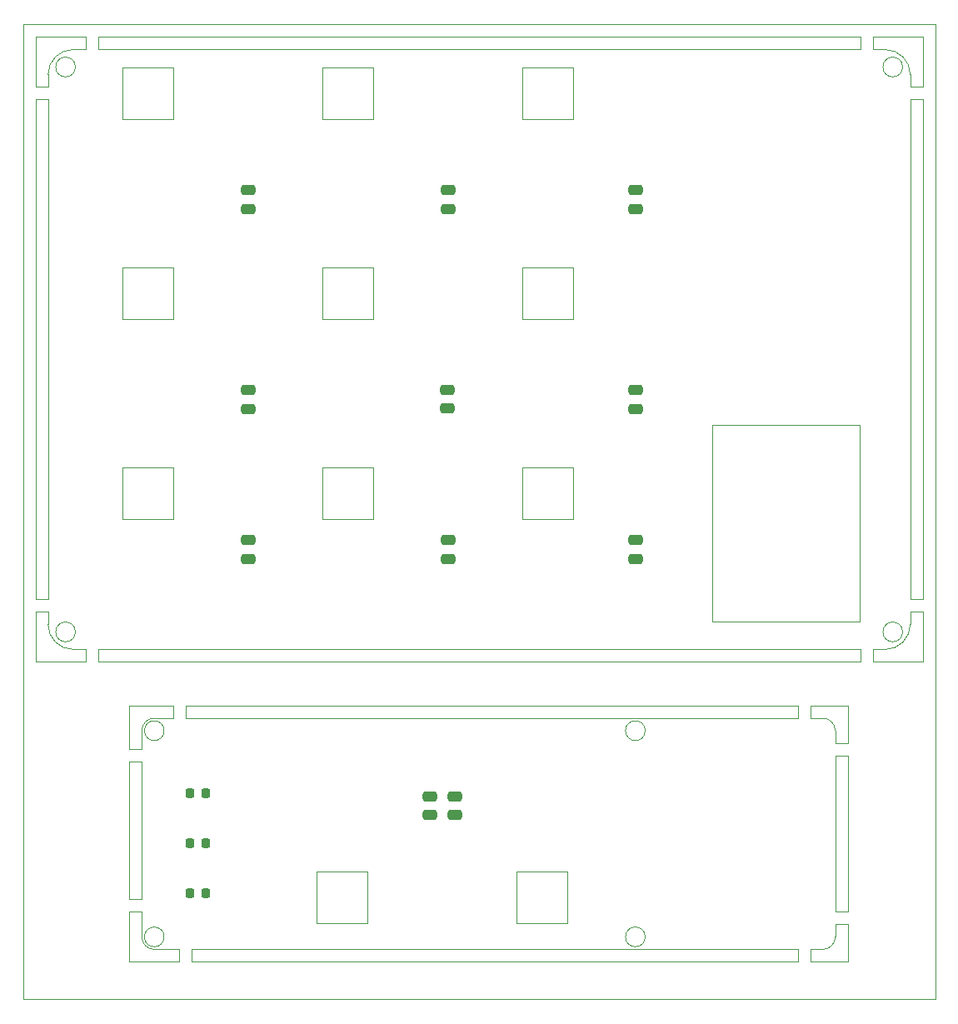
<source format=gbr>
%TF.GenerationSoftware,KiCad,Pcbnew,(6.0.5)*%
%TF.CreationDate,2022-06-14T18:11:56+08:00*%
%TF.ProjectId,keyboard_V4___,6b657962-6f61-4726-945f-56345f087f2e,rev?*%
%TF.SameCoordinates,Original*%
%TF.FileFunction,Paste,Top*%
%TF.FilePolarity,Positive*%
%FSLAX46Y46*%
G04 Gerber Fmt 4.6, Leading zero omitted, Abs format (unit mm)*
G04 Created by KiCad (PCBNEW (6.0.5)) date 2022-06-14 18:11:56*
%MOMM*%
%LPD*%
G01*
G04 APERTURE LIST*
G04 Aperture macros list*
%AMRoundRect*
0 Rectangle with rounded corners*
0 $1 Rounding radius*
0 $2 $3 $4 $5 $6 $7 $8 $9 X,Y pos of 4 corners*
0 Add a 4 corners polygon primitive as box body*
4,1,4,$2,$3,$4,$5,$6,$7,$8,$9,$2,$3,0*
0 Add four circle primitives for the rounded corners*
1,1,$1+$1,$2,$3*
1,1,$1+$1,$4,$5*
1,1,$1+$1,$6,$7*
1,1,$1+$1,$8,$9*
0 Add four rect primitives between the rounded corners*
20,1,$1+$1,$2,$3,$4,$5,0*
20,1,$1+$1,$4,$5,$6,$7,0*
20,1,$1+$1,$6,$7,$8,$9,0*
20,1,$1+$1,$8,$9,$2,$3,0*%
G04 Aperture macros list end*
%TA.AperFunction,Profile*%
%ADD10C,0.050000*%
%TD*%
%ADD11RoundRect,0.218750X-0.218750X-0.256250X0.218750X-0.256250X0.218750X0.256250X-0.218750X0.256250X0*%
%ADD12RoundRect,0.250000X-0.475000X0.250000X-0.475000X-0.250000X0.475000X-0.250000X0.475000X0.250000X0*%
%ADD13RoundRect,0.250000X0.475000X-0.250000X0.475000X0.250000X-0.475000X0.250000X-0.475000X-0.250000X0*%
G04 APERTURE END LIST*
D10*
X110490000Y-125095000D02*
G75*
G03*
X109220000Y-123825000I-1270000J0D01*
G01*
X40005000Y-146050000D02*
G75*
G03*
X41275000Y-147320000I1270000J0D01*
G01*
X119380000Y-60960000D02*
X118110000Y-60960000D01*
X114300000Y-116840000D02*
X114300000Y-118110000D01*
X30480000Y-113030000D02*
X30480000Y-114300000D01*
X106680000Y-148590000D02*
X106680000Y-147320000D01*
X44450000Y-122555000D02*
X44450000Y-123825000D01*
X40005000Y-125095000D02*
X40005000Y-127000000D01*
X111760000Y-148590000D02*
X111760000Y-144780000D01*
X43241538Y-103567747D02*
X38059938Y-103567747D01*
X38059938Y-103567747D02*
X38059938Y-98356147D01*
X38059938Y-98356147D02*
X43241538Y-98356147D01*
X43241538Y-98356147D02*
X43241538Y-103567747D01*
X110490000Y-126365000D02*
X110490000Y-125095000D01*
X109220000Y-147320000D02*
G75*
G03*
X110490000Y-146050000I0J1270000D01*
G01*
X119380000Y-111760000D02*
X119380000Y-60960000D01*
X113030000Y-55880000D02*
X35560000Y-55880000D01*
X118110000Y-111760000D02*
X119380000Y-111760000D01*
X57789200Y-139414200D02*
X62970800Y-139414200D01*
X62970800Y-139414200D02*
X62970800Y-144666600D01*
X62970800Y-144666600D02*
X57789200Y-144666600D01*
X57789200Y-144666600D02*
X57789200Y-139414200D01*
X113030000Y-55880000D02*
X113030000Y-54610000D01*
X29210000Y-54610000D02*
X29210000Y-59690000D01*
X107950000Y-147320000D02*
X107950000Y-148590000D01*
X35560000Y-116840000D02*
X35560000Y-118110000D01*
X34290000Y-54610000D02*
X34290000Y-55880000D01*
X83870800Y-83235800D02*
X78689200Y-83235800D01*
X78689200Y-83235800D02*
X78689200Y-78054200D01*
X78689200Y-78054200D02*
X83870800Y-78054200D01*
X83870800Y-78054200D02*
X83870800Y-83235800D01*
X40005000Y-128270000D02*
X40005000Y-142240000D01*
X27940000Y-53340000D02*
X120650000Y-53340000D01*
X120650000Y-53340000D02*
X120650000Y-152400000D01*
X120650000Y-152400000D02*
X27940000Y-152400000D01*
X27940000Y-152400000D02*
X27940000Y-53340000D01*
X40005000Y-143510000D02*
X40005000Y-146050000D01*
X114300000Y-55880000D02*
X114300000Y-54610000D01*
X117332000Y-57658000D02*
G75*
G03*
X117332000Y-57658000I-1000000J0D01*
G01*
X110490000Y-144780000D02*
X110490000Y-146050000D01*
X38735000Y-142240000D02*
X38735000Y-128270000D01*
X110490000Y-143510000D02*
X111760000Y-143510000D01*
X111760000Y-143510000D02*
X111760000Y-127635000D01*
X34290000Y-54610000D02*
X29210000Y-54610000D01*
X30480000Y-60960000D02*
X29210000Y-60960000D01*
X83876806Y-103618547D02*
X78695206Y-103618547D01*
X78695206Y-103618547D02*
X78695206Y-98315347D01*
X78695206Y-98315347D02*
X83876806Y-98315347D01*
X83876806Y-98315347D02*
X83876806Y-103618547D01*
X35560000Y-54610000D02*
X35560000Y-55880000D01*
X43241538Y-83255800D02*
X38059938Y-83255800D01*
X38059938Y-83255800D02*
X38059938Y-78054200D01*
X38059938Y-78054200D02*
X43241538Y-78054200D01*
X43241538Y-78054200D02*
X43241538Y-83255800D01*
X111760000Y-144780000D02*
X110490000Y-144780000D01*
X38735000Y-143510000D02*
X40005000Y-143510000D01*
X91170000Y-146050000D02*
G75*
G03*
X91170000Y-146050000I-1000000J0D01*
G01*
X30480000Y-59690000D02*
X30480000Y-58420000D01*
X29210000Y-60960000D02*
X29210000Y-111760000D01*
X119380000Y-54610000D02*
X119380000Y-59690000D01*
X63559172Y-83255800D02*
X58377572Y-83255800D01*
X58377572Y-83255800D02*
X58377572Y-78054200D01*
X58377572Y-78054200D02*
X63559172Y-78054200D01*
X63559172Y-78054200D02*
X63559172Y-83255800D01*
X63550800Y-103575000D02*
X58369200Y-103575000D01*
X58369200Y-103575000D02*
X58369200Y-98322600D01*
X58369200Y-98322600D02*
X63550800Y-98322600D01*
X63550800Y-98322600D02*
X63550800Y-103575000D01*
X33020000Y-55880000D02*
X34290000Y-55880000D01*
X43815000Y-148590000D02*
X43815000Y-147320000D01*
X119380000Y-118110000D02*
X119380000Y-113030000D01*
X43180000Y-123825000D02*
X41275000Y-123825000D01*
X115570000Y-55880000D02*
X114300000Y-55880000D01*
X117332000Y-115062000D02*
G75*
G03*
X117332000Y-115062000I-1000000J0D01*
G01*
X41275000Y-123825000D02*
G75*
G03*
X40005000Y-125095000I0J-1270000D01*
G01*
X40005000Y-127000000D02*
X38735000Y-127000000D01*
X114300000Y-54610000D02*
X119380000Y-54610000D01*
X78109200Y-139398800D02*
X83290800Y-139398800D01*
X83290800Y-139398800D02*
X83290800Y-144651200D01*
X83290800Y-144651200D02*
X78109200Y-144651200D01*
X78109200Y-144651200D02*
X78109200Y-139398800D01*
X118110000Y-60960000D02*
X118110000Y-111760000D01*
X113030000Y-54610000D02*
X35560000Y-54610000D01*
X30480000Y-60960000D02*
X30480000Y-111760000D01*
X106680000Y-147320000D02*
X45085000Y-147320000D01*
X44450000Y-123825000D02*
X106680000Y-123825000D01*
X30480000Y-114300000D02*
G75*
G03*
X33020000Y-116840000I2540000J0D01*
G01*
X42275000Y-125095000D02*
G75*
G03*
X42275000Y-125095000I-1000000J0D01*
G01*
X45085000Y-147320000D02*
X45085000Y-148590000D01*
X110490000Y-127635000D02*
X110490000Y-143510000D01*
X111760000Y-122555000D02*
X111760000Y-126365000D01*
X30480000Y-113030000D02*
X29210000Y-113030000D01*
X107950000Y-148590000D02*
X111760000Y-148590000D01*
X43230800Y-62935800D02*
X38049200Y-62935800D01*
X38049200Y-62935800D02*
X38049200Y-57714200D01*
X38049200Y-57714200D02*
X43230800Y-57714200D01*
X43230800Y-57714200D02*
X43230800Y-62935800D01*
X34290000Y-118110000D02*
X34290000Y-116840000D01*
X38735000Y-122555000D02*
X43180000Y-122555000D01*
X29210000Y-111760000D02*
X30480000Y-111760000D01*
X40005000Y-142240000D02*
X38735000Y-142240000D01*
X111760000Y-127635000D02*
X110490000Y-127635000D01*
X113030000Y-118110000D02*
X113030000Y-116840000D01*
X119380000Y-59690000D02*
X118110000Y-59690000D01*
X106680000Y-122555000D02*
X44450000Y-122555000D01*
X43815000Y-147320000D02*
X41275000Y-147320000D01*
X45085000Y-148590000D02*
X106680000Y-148590000D01*
X115570000Y-116840000D02*
X114300000Y-116840000D01*
X118110000Y-58420000D02*
X118110000Y-59690000D01*
X114300000Y-118110000D02*
X119380000Y-118110000D01*
X109220000Y-123825000D02*
X107950000Y-123825000D01*
X35560000Y-116840000D02*
X113030000Y-116840000D01*
X29210000Y-113030000D02*
X29210000Y-118110000D01*
X107950000Y-123825000D02*
X107950000Y-122555000D01*
X34290000Y-116840000D02*
X33020000Y-116840000D01*
X83870800Y-62925800D02*
X78689200Y-62925800D01*
X78689200Y-62925800D02*
X78689200Y-57683400D01*
X78689200Y-57683400D02*
X83870800Y-57683400D01*
X83870800Y-57683400D02*
X83870800Y-62925800D01*
X38735000Y-127000000D02*
X38735000Y-122555000D01*
X107950000Y-122555000D02*
X111760000Y-122555000D01*
X35560000Y-118110000D02*
X113030000Y-118110000D01*
X33258000Y-57658000D02*
G75*
G03*
X33258000Y-57658000I-1000000J0D01*
G01*
X38735000Y-143510000D02*
X38735000Y-148590000D01*
X91170000Y-125095000D02*
G75*
G03*
X91170000Y-125095000I-1000000J0D01*
G01*
X29210000Y-118110000D02*
X34290000Y-118110000D01*
X33020000Y-55880000D02*
G75*
G03*
X30480000Y-58420000I0J-2540000D01*
G01*
X118110000Y-58420000D02*
G75*
G03*
X115570000Y-55880000I-2540000J0D01*
G01*
X63550800Y-62935800D02*
X58369200Y-62935800D01*
X58369200Y-62935800D02*
X58369200Y-57714200D01*
X58369200Y-57714200D02*
X63550800Y-57714200D01*
X63550800Y-57714200D02*
X63550800Y-62935800D01*
X98000000Y-94000000D02*
X113000000Y-94000000D01*
X113000000Y-94000000D02*
X113000000Y-114000000D01*
X113000000Y-114000000D02*
X98000000Y-114000000D01*
X98000000Y-114000000D02*
X98000000Y-94000000D01*
X29210000Y-59690000D02*
X30480000Y-59690000D01*
X43180000Y-122555000D02*
X43180000Y-123825000D01*
X106680000Y-123825000D02*
X106680000Y-122555000D01*
X42275000Y-146050000D02*
G75*
G03*
X42275000Y-146050000I-1000000J0D01*
G01*
X118110000Y-113030000D02*
X118110000Y-114300000D01*
X115570000Y-116840000D02*
G75*
G03*
X118110000Y-114300000I0J2540000D01*
G01*
X33258000Y-115062000D02*
G75*
G03*
X33258000Y-115062000I-1000000J0D01*
G01*
X38735000Y-148590000D02*
X43815000Y-148590000D01*
X109220000Y-147320000D02*
X107950000Y-147320000D01*
X119380000Y-113030000D02*
X118110000Y-113030000D01*
X111760000Y-126365000D02*
X110490000Y-126365000D01*
X38735000Y-128270000D02*
X40005000Y-128270000D01*
D11*
%TO.C,MODE\uFF13*%
X44932500Y-141605000D03*
X46507500Y-141605000D03*
%TD*%
%TO.C,MODE\uFF12*%
X44932500Y-136525000D03*
X46507500Y-136525000D03*
%TD*%
%TO.C,MODE\uFF11*%
X44932500Y-131445000D03*
X46507500Y-131445000D03*
%TD*%
D12*
%TO.C,TS4148*%
X71046677Y-90451243D03*
X71046677Y-92351243D03*
%TD*%
%TO.C,TS4148*%
X50800000Y-70170000D03*
X50800000Y-72070000D03*
%TD*%
%TO.C,TS4148*%
X71120000Y-105730000D03*
X71120000Y-107630000D03*
%TD*%
%TO.C,TS4148*%
X90170000Y-70170000D03*
X90170000Y-72070000D03*
%TD*%
%TO.C,TS4148*%
X50800000Y-90490000D03*
X50800000Y-92390000D03*
%TD*%
D13*
%TO.C,TS4148*%
X71810000Y-133665000D03*
X71810000Y-131765000D03*
%TD*%
D12*
%TO.C,TS4148*%
X90170000Y-105730000D03*
X90170000Y-107630000D03*
%TD*%
%TO.C,TS4148*%
X90170000Y-90490000D03*
X90170000Y-92390000D03*
%TD*%
%TO.C,TS4148*%
X50800000Y-105730000D03*
X50800000Y-107630000D03*
%TD*%
%TO.C,TS4148*%
X71120000Y-70170000D03*
X71120000Y-72070000D03*
%TD*%
D13*
%TO.C,TS4148*%
X69270000Y-133665000D03*
X69270000Y-131765000D03*
%TD*%
M02*

</source>
